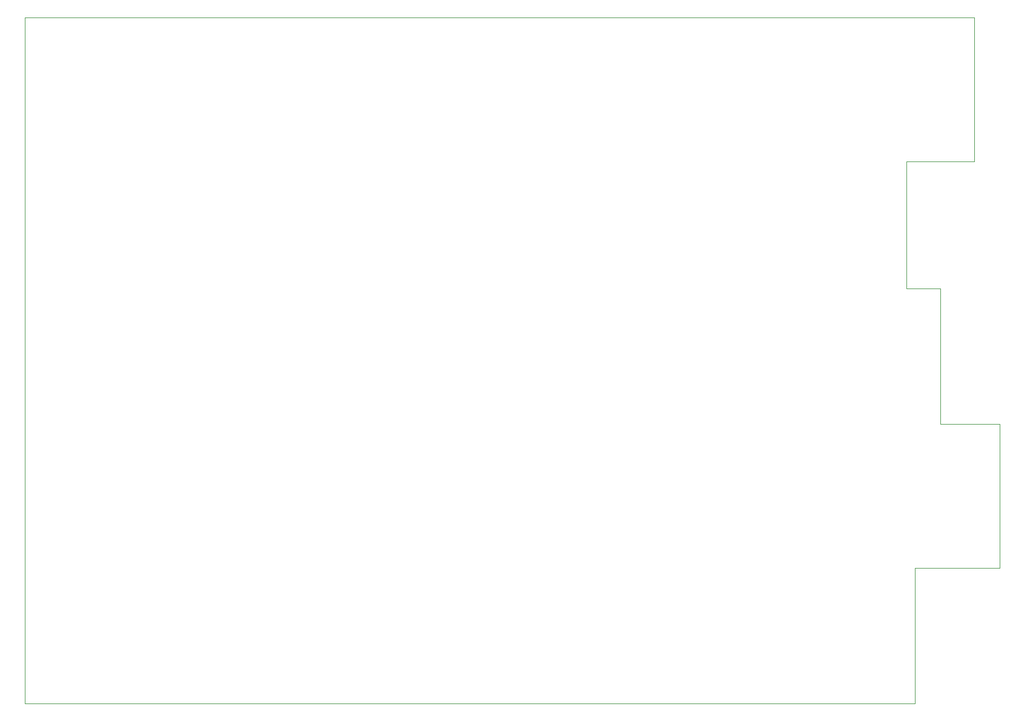
<source format=gbr>
%TF.GenerationSoftware,KiCad,Pcbnew,6.0.2+dfsg-1*%
%TF.CreationDate,2023-05-02T18:44:16+02:00*%
%TF.ProjectId,keyboard2_ctrl,6b657962-6f61-4726-9432-5f6374726c2e,rev?*%
%TF.SameCoordinates,Original*%
%TF.FileFunction,Profile,NP*%
%FSLAX46Y46*%
G04 Gerber Fmt 4.6, Leading zero omitted, Abs format (unit mm)*
G04 Created by KiCad (PCBNEW 6.0.2+dfsg-1) date 2023-05-02 18:44:16*
%MOMM*%
%LPD*%
G01*
G04 APERTURE LIST*
%TA.AperFunction,Profile*%
%ADD10C,0.100000*%
%TD*%
G04 APERTURE END LIST*
D10*
X156210000Y-127000000D02*
X22860000Y-127000000D01*
X22860000Y-127000000D02*
X22860000Y-24130000D01*
X165100000Y-24130000D02*
X165100000Y-45720000D01*
X160020000Y-64770000D02*
X160020000Y-85090000D01*
X160020000Y-85090000D02*
X168910000Y-85090000D01*
X154940000Y-45720000D02*
X154940000Y-64770000D01*
X156210000Y-106680000D02*
X156210000Y-127000000D01*
X22860000Y-24130000D02*
X165100000Y-24130000D01*
X154940000Y-64770000D02*
X160020000Y-64770000D01*
X165100000Y-45720000D02*
X154940000Y-45720000D01*
X168910000Y-85090000D02*
X168910000Y-106680000D01*
X168910000Y-106680000D02*
X156210000Y-106680000D01*
M02*

</source>
